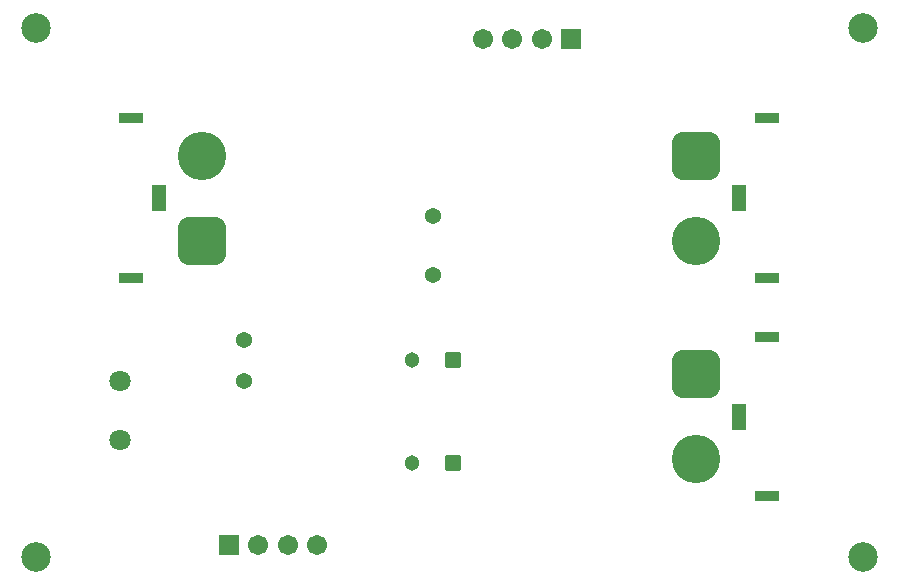
<source format=gbr>
%TF.GenerationSoftware,KiCad,Pcbnew,8.0.6*%
%TF.CreationDate,2025-05-08T15:48:42-04:00*%
%TF.ProjectId,PowerBoard2,506f7765-7242-46f6-9172-64322e6b6963,rev?*%
%TF.SameCoordinates,Original*%
%TF.FileFunction,Soldermask,Bot*%
%TF.FilePolarity,Negative*%
%FSLAX46Y46*%
G04 Gerber Fmt 4.6, Leading zero omitted, Abs format (unit mm)*
G04 Created by KiCad (PCBNEW 8.0.6) date 2025-05-08 15:48:42*
%MOMM*%
%LPD*%
G01*
G04 APERTURE LIST*
G04 Aperture macros list*
%AMRoundRect*
0 Rectangle with rounded corners*
0 $1 Rounding radius*
0 $2 $3 $4 $5 $6 $7 $8 $9 X,Y pos of 4 corners*
0 Add a 4 corners polygon primitive as box body*
4,1,4,$2,$3,$4,$5,$6,$7,$8,$9,$2,$3,0*
0 Add four circle primitives for the rounded corners*
1,1,$1+$1,$2,$3*
1,1,$1+$1,$4,$5*
1,1,$1+$1,$6,$7*
1,1,$1+$1,$8,$9*
0 Add four rect primitives between the rounded corners*
20,1,$1+$1,$2,$3,$4,$5,0*
20,1,$1+$1,$4,$5,$6,$7,0*
20,1,$1+$1,$6,$7,$8,$9,0*
20,1,$1+$1,$8,$9,$2,$3,0*%
G04 Aperture macros list end*
%ADD10RoundRect,0.102000X0.754000X0.754000X-0.754000X0.754000X-0.754000X-0.754000X0.754000X-0.754000X0*%
%ADD11C,1.712000*%
%ADD12R,2.000000X0.900000*%
%ADD13RoundRect,1.025000X-1.025000X1.025000X-1.025000X-1.025000X1.025000X-1.025000X1.025000X1.025000X0*%
%ADD14C,4.100000*%
%ADD15R,1.300000X2.300000*%
%ADD16C,1.371600*%
%ADD17RoundRect,0.102000X0.550000X0.550000X-0.550000X0.550000X-0.550000X-0.550000X0.550000X-0.550000X0*%
%ADD18C,1.304000*%
%ADD19C,2.500000*%
%ADD20C,1.803400*%
%ADD21RoundRect,0.102000X-0.754000X-0.754000X0.754000X-0.754000X0.754000X0.754000X-0.754000X0.754000X0*%
%ADD22RoundRect,1.025000X1.025000X-1.025000X1.025000X1.025000X-1.025000X1.025000X-1.025000X-1.025000X0*%
G04 APERTURE END LIST*
D10*
%TO.C,Current reading*%
X120800000Y-104175000D03*
D11*
X123300000Y-104175000D03*
X125800000Y-104175000D03*
X128300000Y-104175000D03*
%TD*%
D12*
%TO.C,12Vin*%
X166350000Y-68050000D03*
X166350000Y-81550000D03*
D13*
X160350000Y-71200000D03*
D14*
X160350000Y-78400000D03*
D15*
X164000000Y-74800000D03*
%TD*%
D16*
%TO.C,C2*%
X122100000Y-86799999D03*
X122100000Y-90300000D03*
%TD*%
D17*
%TO.C,C5*%
X139800000Y-88533250D03*
D18*
X136300000Y-88533250D03*
%TD*%
D19*
%TO.C,REF\u002A\u002A*%
X104500000Y-105200000D03*
%TD*%
%TO.C,REF\u002A\u002A*%
X104500000Y-60400000D03*
%TD*%
D16*
%TO.C,C1*%
X138100000Y-76300000D03*
X138100000Y-81300000D03*
%TD*%
D19*
%TO.C,REF\u002A\u002A*%
X174500000Y-105200000D03*
%TD*%
D12*
%TO.C,5Vout*%
X166350000Y-86550000D03*
X166350000Y-100050000D03*
D13*
X160350000Y-89700000D03*
D14*
X160350000Y-96900000D03*
D15*
X164000000Y-93300000D03*
%TD*%
D20*
%TO.C,5Vout*%
X111570102Y-90250002D03*
X111570102Y-95250002D03*
%TD*%
D19*
%TO.C,REF\u002A\u002A*%
X174500000Y-60400000D03*
%TD*%
D21*
%TO.C,12V\u002C 5V reading*%
X149800000Y-61300000D03*
D11*
X147300000Y-61300000D03*
X144800000Y-61300000D03*
X142300000Y-61300000D03*
%TD*%
D17*
%TO.C,C4*%
X139800000Y-97233250D03*
D18*
X136300000Y-97233250D03*
%TD*%
D12*
%TO.C,12Vout*%
X112550000Y-81550000D03*
X112550000Y-68050000D03*
D22*
X118550000Y-78400000D03*
D14*
X118550000Y-71200000D03*
D15*
X114900000Y-74800000D03*
%TD*%
M02*

</source>
